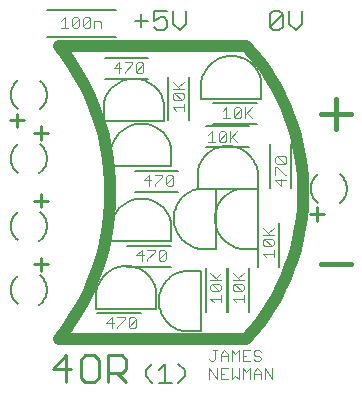
<source format=gto>
G04 Output by ViewMate Deluxe V11.0.9  PentaLogix LLC*
G04 Sun Feb 16 15:57:02 2014*
%FSLAX33Y33*%
%MOMM*%
%IPPOS*%
%ADD15C,0.0762*%
%ADD16C,0.127*%
%ADD105C,0.254*%
%ADD106C,0.4064*%
%ADD107C,0.1524*%
%ADD108C,0.1016*%
%ADD109C,1.016*%

%LPD*%
X0Y0D2*D15*G1X18844Y22692D2*X18687Y22850D1*X18372Y22850*X18217Y22692*X18217Y22065*X18372Y21908*X18687Y21908*X18844Y22065*X18844Y22692*X18217Y22065*X16815Y22850D2*X16815Y21908D1*X17280Y22850D2*X17907Y22850D1*X17907Y22692*X17280Y22065*X17280Y21908*X16972Y22377D2*X16345Y22377D1*X16815Y22850*X15367Y32217D2*X15367Y32375D1*X14740Y32375*X14432Y31902D2*X13805Y31902D1*X14275Y32375*X14275Y31432*X14740Y31432D2*X14740Y31590D1*X15367Y32217*X15677Y31590D2*X15677Y32217D1*X15832Y32375*X16147Y32375*X16304Y32217*X16304Y31590D2*X16304Y32217D1*X15677Y31590*X15832Y31432*X16147Y31432*X16304Y31590*X19553Y29182D2*X18926Y29182D1*X19240Y30274D2*X19710Y30744D1*X19398Y30117D2*X18771Y30744D1*X18771Y30117D2*X19710Y30117D1*X18926Y29807D2*X19553Y29807D1*X19710Y29652*X19710Y29337*X19553Y29182*X18926Y29807*X18771Y29652*X18771Y29337*X18926Y29182*X19083Y28245D2*X18771Y28560D1*X19710Y28560*X19710Y28245D2*X19710Y28872D1*X23782Y26060D2*X24254Y25590D1*X23627Y25905D2*X24254Y26533D1*X23627Y26533D2*X23627Y25590D1*X23160Y26533D2*X23317Y26375D1*X21755Y26218D2*X22068Y26533D1*X22068Y25590*X22382Y25590D2*X21755Y25590D1*X22690Y25748D2*X22847Y25590D1*X23160Y25590*X23317Y25748*X23317Y26375*X22690Y25748*X22690Y26375*X22847Y26533*X23160Y26533*X23012Y28250D2*X23325Y28565D1*X23325Y27622*X23640Y27622D2*X23012Y27622D1*X23947Y27780D2*X23947Y28407D1*X24105Y28565*X24420Y28565*X24574Y28407*X24574Y27780D2*X24574Y28407D1*X23947Y27780*X24105Y27622*X24420Y27622*X24574Y27780*X24884Y28565D2*X24884Y27622D1*X24884Y27937D2*X25512Y28565D1*X25512Y27622D2*X25039Y28092D1*X27625Y23779D2*X28252Y23779D1*X27625Y24407D2*X28252Y24407D1*X28410Y24249*X28410Y23937*X28252Y23779*X27625Y24407*X27470Y24249*X27470Y23937*X27625Y23779*X28410Y22377D2*X27470Y22377D1*X27940Y21908*X27470Y22845D2*X27470Y23470D1*X27625Y23470*X28252Y22845*X28410Y22845*X27940Y21908D2*X27940Y22535D1*X26860Y17892D2*X27330Y18362D1*X27018Y17734D2*X26391Y18362D1*X26391Y17734D2*X27330Y17734D1*X26546Y17424D2*X27173Y17424D1*X27330Y17269*X27330Y16954*X27173Y16800*X26546Y17424*X26391Y17269*X26391Y16954*X26546Y16800*X27173Y16800*X27330Y16490D2*X27330Y15862D1*X27330Y16177D2*X26391Y16177D1*X26703Y15862*X24633Y12990D2*X24006Y12990D1*X24320Y14082D2*X24790Y14552D1*X24478Y13924D2*X23851Y14552D1*X23851Y13924D2*X24790Y13924D1*X24006Y13614D2*X24633Y13614D1*X24790Y13459*X24790Y13144*X24633Y12990*X24006Y13614*X23851Y13459*X23851Y13144*X24006Y12990*X24163Y12052D2*X23851Y12367D1*X24790Y12680D2*X24790Y12052D1*X23851Y12367D2*X24790Y12367D1*X22258Y12052D2*X21946Y12367D1*X22885Y12367*X22885Y12680D2*X22885Y12052D1*X22728Y12990D2*X22885Y13144D1*X22885Y13459*X22728Y13614*X22101Y13614*X22728Y12990*X22101Y12990*X21946Y13144*X21946Y13459*X22101Y13614*X22885Y13924D2*X21946Y13924D1*X22416Y14082D2*X22885Y14552D1*X21946Y14552D2*X22573Y13924D1*X18209Y16342D2*X18052Y16500D1*X17737Y16500*X17582Y16342*X17582Y15715D2*X17737Y15558D1*X18052Y15558*X18209Y15715*X18209Y16342*X17582Y15715*X17582Y16342*X16645Y16500D2*X17272Y16500D1*X17272Y16342*X16645Y15715*X16645Y15558*X16337Y16027D2*X15710Y16027D1*X16180Y16500*X16180Y15558*X15669Y10627D2*X15512Y10785D1*X15197Y10785*X15042Y10627*X15042Y10000D2*X15197Y9842D1*X15512Y9842*X15669Y10000*X15669Y10627*X15042Y10000*X15042Y10627*X13170Y10312D2*X13640Y10785D1*X13640Y9842*X14105Y10785D2*X14732Y10785D1*X14732Y10627*X14105Y10000*X14105Y9842*X13170Y10312D2*X13797Y10312D1*D16*X21209Y30823D2*X21245Y30978D1*X21290Y31128*X21344Y31278*X21407Y31422*X21478Y31562*X21560Y31699*X21648Y31831*X21745Y31956*X21847Y32075*X21958Y32187*X22075Y32294*X22200Y32393*X22329Y32482*X22464Y32565*X22603Y32639*X22748Y32705*X22896Y32761*X23045Y32809*X23200Y32847*X23355Y32875*X23513Y32896*X23670Y32906*X23828Y32906*X23985Y32896*X24143Y32875*X24298Y32847*X24453Y32809*X24602Y32761*X24750Y32705*X24895Y32639*X25034Y32565*X25169Y32482*X25298Y32393*X25423Y32294*X25540Y32187*X25651Y32075*X25753Y31956*X25850Y31831*X25938Y31699*X26020Y31562*X26091Y31422*X26154Y31278*X26208Y31128*X26253Y30978*X26289Y30823*X26289Y29299*X21209Y29299*X21209Y30823*X18669Y18758D2*X18633Y18913D1*X18588Y19063*X18534Y19213*X18471Y19357*X18400Y19497*X18318Y19634*X18230Y19766*X18133Y19891*X18031Y20010*X17920Y20122*X17803Y20229*X17678Y20328*X17549Y20417*X17414Y20500*X17275Y20574*X17130Y20640*X16982Y20696*X16833Y20744*X16678Y20782*X16523Y20810*X16365Y20831*X16208Y20841*X16050Y20841*X15893Y20831*X15735Y20810*X15580Y20782*X15425Y20744*X15276Y20696*X15128Y20640*X14983Y20574*X14844Y20500*X14709Y20417*X14580Y20328*X14455Y20229*X14338Y20122*X14227Y20010*X14125Y19891*X14028Y19766*X13940Y19634*X13858Y19497*X13787Y19357*X13724Y19213*X13670Y19063*X13625Y18913*X13589Y18758*X13589Y17234*X18669Y17234*X18669Y18758*X20955Y21679D2*X20800Y21643D1*X20650Y21598*X20500Y21544*X20356Y21481*X20216Y21410*X20079Y21328*X19947Y21239*X19822Y21143*X19703Y21041*X19591Y20930*X19484Y20813*X19385Y20688*X19296Y20559*X19213Y20424*X19139Y20284*X19073Y20140*X19017Y19992*X18969Y19842*X18931Y19688*X18903Y19533*X18882Y19375*X18872Y19218*X18872Y19060*X18882Y18903*X18903Y18745*X18931Y18590*X18969Y18435*X19017Y18285*X19073Y18138*X19139Y17993*X19213Y17854*X19296Y17719*X19385Y17590*X19484Y17465*X19591Y17348*X19703Y17236*X19822Y17135*X19947Y17038*X20079Y16949*X20216Y16868*X20356Y16797*X20500Y16734*X20650Y16680*X20800Y16634*X20955Y16599*X24448Y16599D2*X24293Y16634D1*X24143Y16680*X23993Y16734*X23848Y16797*X23708Y16868*X23571Y16949*X23439Y17038*X23315Y17135*X23195Y17236*X23084Y17348*X22977Y17465*X22878Y17590*X22789Y17719*X22705Y17854*X22631Y17993*X22565Y18138*X22509Y18285*X22461Y18435*X22423Y18590*X22395Y18745*X22375Y18903*X22365Y19060*X22365Y19218*X22375Y19375*X22395Y19533*X22423Y19688*X22461Y19842*X22509Y19992*X22565Y20140*X22631Y20284*X22705Y20424*X22789Y20559*X22878Y20688*X22977Y20813*X23084Y20930*X23195Y21041*X23315Y21143*X23439Y21239*X23571Y21328*X23708Y21410*X23848Y21481*X23993Y21544*X24143Y21598*X24293Y21643*X24448Y21679*X25972Y23203D2*X25972Y21679D1*X25972Y16599*X24448Y16599*X19685Y9614D2*X19530Y9649D1*X19380Y9695*X19230Y9749*X19086Y9812*X18946Y9883*X18809Y9964*X18677Y10053*X18552Y10150*X18433Y10251*X18321Y10363*X18214Y10480*X18115Y10604*X18026Y10734*X17943Y10869*X17869Y11008*X17803Y11153*X17747Y11300*X17699Y11450*X17661Y11605*X17633Y11760*X17612Y11918*X17602Y12075*X17602Y12233*X17612Y12390*X17633Y12548*X17661Y12703*X17699Y12857*X17747Y13007*X17803Y13155*X17869Y13299*X17943Y13439*X18026Y13574*X18115Y13703*X18214Y13828*X18321Y13945*X18433Y14056*X18552Y14158*X18677Y14254*X18809Y14343*X18946Y14425*X19086Y14496*X19230Y14559*X19380Y14613*X19530Y14658*X19685Y14694*X17399Y13043D2*X17363Y13198D1*X17318Y13348*X17264Y13498*X17201Y13642*X17130Y13782*X17048Y13919*X16960Y14051*X16863Y14176*X16761Y14295*X16650Y14407*X16533Y14514*X16408Y14613*X16279Y14702*X16144Y14785*X16005Y14859*X15860Y14925*X15712Y14981*X15563Y15029*X15408Y15067*X15253Y15095*X15095Y15116*X14938Y15126*X14780Y15126*X14623Y15116*X14465Y15095*X14310Y15067*X14155Y15029*X14006Y14981*X13858Y14925*X13713Y14859*X13574Y14785*X13439Y14702*X13310Y14613*X13185Y14514*X13068Y14407*X12957Y14295*X12855Y14176*X12758Y14051*X12670Y13919*X12588Y13782*X12517Y13642*X12454Y13498*X12400Y13348*X12355Y13198*X12319Y13043*X12319Y11519*X17399Y11519*X17399Y13043*X19685Y9614D2*X21209Y9614D1*X21209Y14694*X19685Y14694*X20955Y16599D2*X22479Y16599D1*X22479Y21679*X20955Y21679*X20892Y23203D2*X20927Y23358D1*X20973Y23508*X21026Y23658*X21090Y23802*X21161Y23942*X21242Y24079*X21331Y24211*X21427Y24336*X21529Y24455*X21641Y24567*X21758Y24674*X21882Y24773*X22012Y24862*X22146Y24945*X22286Y25019*X22431Y25085*X22578Y25141*X22728Y25189*X22883Y25227*X23038Y25255*X23195Y25276*X23353Y25286*X23510Y25286*X23668Y25276*X23825Y25255*X23980Y25227*X24135Y25189*X24285Y25141*X24432Y25085*X24577Y25019*X24717Y24945*X24851Y24862*X24981Y24773*X25105Y24674*X25222Y24567*X25334Y24455*X25436Y24336*X25532Y24211*X25621Y24079*X25702Y23942*X25773Y23802*X25837Y23658*X25890Y23508*X25936Y23358*X25972Y23203*X24448Y21679D2*X25972Y21679D1*X20892Y21679*X20892Y23203*X18669Y25108D2*X18633Y25263D1*X18588Y25413*X18534Y25563*X18471Y25707*X18400Y25847*X18318Y25984*X18230Y26116*X18133Y26241*X18031Y26360*X17920Y26472*X17803Y26579*X17678Y26678*X17549Y26767*X17414Y26850*X17275Y26924*X17130Y26990*X16982Y27046*X16833Y27094*X16678Y27132*X16523Y27160*X16365Y27181*X16208Y27191*X16050Y27191*X15893Y27181*X15735Y27160*X15580Y27132*X15425Y27094*X15276Y27046*X15128Y26990*X14983Y26924*X14844Y26850*X14709Y26767*X14580Y26678*X14455Y26579*X14338Y26472*X14227Y26360*X14125Y26241*X14028Y26116*X13940Y25984*X13858Y25847*X13787Y25707*X13724Y25563*X13670Y25413*X13625Y25263*X13589Y25108*X12954Y28918D2*X12990Y29073D1*X13035Y29223*X13089Y29373*X13152Y29517*X13223Y29657*X13305Y29794*X13393Y29926*X13490Y30051*X13592Y30170*X13703Y30282*X13820Y30389*X13945Y30488*X14074Y30577*X14209Y30660*X14348Y30734*X14493Y30800*X14641Y30856*X14790Y30904*X14945Y30942*X15100Y30970*X15258Y30991*X15415Y31001*X15573Y31001*X15730Y30991*X15888Y30970*X16043Y30942*X16198Y30904*X16347Y30856*X16495Y30800*X16640Y30734*X16779Y30660*X16914Y30577*X17043Y30488*X17168Y30389*X17285Y30282*X17396Y30170*X17498Y30051*X17595Y29926*X17683Y29794*X17765Y29657*X17836Y29517*X17899Y29373*X17953Y29223*X17998Y29073*X18034Y28918*X18034Y27394*X12954Y27394*X12954Y28918*X13589Y25108D2*X13589Y23584D1*X18669Y23584*X18669Y25108*D105*X30988Y20091D2*X30988Y18948D1*X30416Y19520D2*X31560Y19520D1*X5588Y28029D2*X5588Y26886D1*X6160Y27457D2*X5016Y27457D1*X7048Y26378D2*X8192Y26378D1*X7620Y25806D2*X7620Y26949D1*X7048Y20663D2*X8192Y20663D1*X7620Y20091D2*X7620Y21234D1*X7048Y15265D2*X8192Y15265D1*X7620Y14694D2*X7620Y15837D1*X14077Y6058D2*X14839Y5296D1*X13315Y6058D2*X14458Y6058D1*X14839Y6441*X14839Y7203*X14458Y7584*X13315Y7584*X13315Y5296*X9779Y5296D2*X9779Y7584D1*X8636Y6441*X10975Y7203D2*X11356Y7584D1*X12118Y7584*X12499Y7203*X12499Y5677*X12118Y5296*X11356Y5296*X10975Y5677*X10975Y7203*X8636Y6441D2*X10163Y6441D1*D106*X31369Y28029D2*X33909Y28029D1*X32639Y26759D2*X32639Y29299D1*X31369Y15329D2*X33909Y15329D1*D107*X29723Y36718D2*X29723Y35634D1*X29180Y35090*X28638Y35634*X28638Y36718*X28085Y36446D2*X27813Y36718D1*X27272Y36718*X27000Y36446*X27000Y35362*X27272Y35090D2*X27813Y35090D1*X28085Y35362*X28085Y36446*X27000Y35362*X27272Y35090*X14922Y15075D2*X18606Y15075D1*X18606Y16853D2*X14922Y16853D1*X15558Y23203D2*X19240Y23203D1*X19240Y21425D2*X15558Y21425D1*X31090Y20460D2*X30998Y20533D1*X30912Y20615*X30833Y20704*X30762Y20795*X30698Y20894*X30640Y20998*X30592Y21105*X30551Y21214*X30521Y21328*X30498Y21445*X30485Y21562*X30480Y21679*X32939Y22883D2*X33028Y22807D1*X33111Y22728*X33188Y22639*X33256Y22548*X33317Y22451*X33373Y22349*X33419Y22243*X33459Y22134*X33490Y22022*X33510Y21910*X33523Y21793*X33528Y21679*X32939Y20475D2*X33028Y20551D1*X33111Y20630*X33188Y20719*X33256Y20810*X33317Y20907*X33373Y21008*X33419Y21115*X33459Y21224*X33490Y21336*X33510Y21448*X33523Y21565*X33528Y21679*X31118Y22918D2*X31024Y22845D1*X30935Y22763*X30851Y22675*X30775Y22581*X30709Y22482*X30650Y22377*X30597Y22266*X30556Y22154*X30523Y22037*X30500Y21920*X30485Y21798*X30480Y21679*X27813Y18758D2*X27813Y15075D1*X26035Y15075D2*X26035Y18758D1*X25273Y14948D2*X25273Y11265D1*X23495Y11265D2*X23495Y14948D1*X23368Y14948D2*X23368Y11265D1*X21590Y11265D2*X21590Y14948D1*X19251Y5245D2*X19794Y5789D1*X19794Y6330*X19251Y6873*X17066Y6873D2*X16523Y6330D1*X17615Y6330D2*X18156Y6873D1*X18156Y5245*X17615Y5245D2*X18699Y5245D1*X17066Y5245D2*X16523Y5789D1*X16523Y6330*X16066Y9360D2*X12382Y9360D1*X12382Y11138D2*X16066Y11138D1*X7518Y14326D2*X7610Y14252D1*X7696Y14171*X7775Y14082*X7846Y13990*X7910Y13891*X7968Y13787*X8016Y13680*X8057Y13571*X8087Y13457*X8110Y13340*X8123Y13223*X8128Y13106*X5669Y11902D2*X5580Y11979D1*X5497Y12057*X5420Y12146*X5352Y12238*X5291Y12334*X5235Y12436*X5189Y12543*X5149Y12652*X5118Y12764*X5098Y12875*X5085Y12992*X5080Y13106*X5669Y14310D2*X5580Y14234D1*X5497Y14155*X5420Y14067*X5352Y13975*X5291Y13879*X5235Y13777*X5189Y13670*X5149Y13561*X5118Y13449*X5098Y13338*X5085Y13221*X5080Y13106*X7490Y11867D2*X7584Y11941D1*X7673Y12022*X7757Y12111*X7833Y12205*X7899Y12304*X7958Y12408*X8011Y12520*X8052Y12631*X8085Y12748*X8108Y12865*X8123Y12987*X8128Y13106*X7518Y19723D2*X7610Y19649D1*X7696Y19568*X7775Y19479*X7846Y19388*X7910Y19289*X7968Y19185*X8016Y19078*X8057Y18969*X8087Y18854*X8110Y18738*X8123Y18621*X8128Y18504*X5669Y17300D2*X5580Y17376D1*X5497Y17455*X5420Y17544*X5352Y17635*X5291Y17732*X5235Y17833*X5189Y17940*X5149Y18049*X5118Y18161*X5098Y18273*X5085Y18390*X5080Y18504*X5669Y19708D2*X5580Y19632D1*X5497Y19553*X5420Y19464*X5352Y19373*X5291Y19276*X5235Y19174*X5189Y19068*X5149Y18959*X5118Y18847*X5098Y18735*X5085Y18618*X5080Y18504*X7490Y17264D2*X7584Y17338D1*X7673Y17419*X7757Y17508*X7833Y17602*X7899Y17701*X7958Y17805*X8011Y17917*X8052Y18029*X8085Y18146*X8108Y18263*X8123Y18385*X8128Y18504*X7518Y25438D2*X7610Y25364D1*X7696Y25283*X7775Y25194*X7846Y25103*X7910Y25004*X7968Y24900*X8016Y24793*X8057Y24684*X8087Y24569*X8110Y24453*X8123Y24336*X8128Y24219*X5669Y23015D2*X5580Y23091D1*X5497Y23170*X5420Y23259*X5352Y23350*X5291Y23447*X5235Y23548*X5189Y23655*X5149Y23764*X5118Y23876*X5098Y23988*X5085Y24105*X5080Y24219*X5669Y25423D2*X5580Y25347D1*X5497Y25268*X5420Y25179*X5352Y25088*X5291Y24991*X5235Y24889*X5189Y24783*X5149Y24674*X5118Y24562*X5098Y24450*X5085Y24333*X5080Y24219*X7490Y22979D2*X7584Y23053D1*X7673Y23134*X7757Y23223*X7833Y23317*X7899Y23416*X7958Y23520*X8011Y23632*X8052Y23744*X8085Y23861*X8108Y23978*X8123Y24100*X8128Y24219*X7539Y30820D2*X7628Y30744D1*X7711Y30665*X7788Y30577*X7856Y30485*X7917Y30389*X7973Y30287*X8019Y30180*X8059Y30071*X8090Y29959*X8110Y29848*X8123Y29731*X8128Y29616*X5690Y28397D2*X5598Y28471D1*X5512Y28552*X5433Y28641*X5362Y28732*X5298Y28832*X5240Y28936*X5192Y29042*X5151Y29152*X5121Y29266*X5098Y29383*X5085Y29500*X5080Y29616*X5718Y30856D2*X5624Y30782D1*X5535Y30701*X5451Y30612*X5375Y30518*X5309Y30419*X5250Y30315*X5197Y30203*X5156Y30091*X5123Y29975*X5100Y29858*X5085Y29736*X5080Y29616*X7539Y28412D2*X7628Y28489D1*X7711Y28567*X7788Y28656*X7856Y28748*X7917Y28844*X7973Y28946*X8019Y29053*X8059Y29162*X8090Y29274*X8110Y29385*X8123Y29502*X8128Y29616*X8128Y34506D2*X13970Y34506D1*X13970Y36792D2*X8128Y36792D1*X16114Y35362D2*X16114Y36446D1*X16655Y35903D2*X15570Y35903D1*X19929Y36718D2*X19929Y35634D1*X19388Y35090*X18844Y35634*X18844Y36718*X18293Y36718D2*X17208Y36718D1*X17208Y35903*X17750Y36175*X18021Y36175*X18293Y35903*X18293Y35362*X18021Y35090*X17478Y35090*X17208Y35362*X13018Y32728D2*X16700Y32728D1*X16700Y30950D2*X13018Y30950D1*X18415Y31140D2*X18415Y27457D1*X20193Y27457D2*X20193Y31140D1*X22225Y28918D2*X25908Y28918D1*X25908Y27140D2*X22225Y27140D1*X21590Y27013D2*X25273Y27013D1*X25273Y25235D2*X21590Y25235D1*X26988Y21742D2*X26988Y25425D1*X28766Y25425D2*X28766Y21742D1*D108*X24702Y7518D2*X25006Y7518D1*X21895Y5537D2*X21895Y6454D1*X23767Y6454D2*X23767Y5537D1*X22830Y5994D2*X23134Y5994D1*X23442Y6454D2*X22830Y6454D1*X22830Y7518D2*X23442Y7518D1*X22830Y7061D2*X22830Y7671D1*X23134Y7978*X23442Y7671*X23442Y7061*X23767Y7061D2*X23767Y7978D1*X24072Y7671*X24376Y7978*X24376Y7061*X24702Y7061D2*X24702Y7978D1*X25311Y7978*X26246Y7823D2*X26093Y7978D1*X25789Y7978*X25636Y7823*X25636Y7671*X25789Y7518*X26093Y7518*X26246Y7366*X26246Y7214*X26093Y7061*X25789Y7061*X25636Y7214*X24702Y7061D2*X25311Y7061D1*X24702Y5537D2*X24702Y6454D1*X26246Y5994D2*X25636Y5994D1*X27183Y6454D2*X27183Y5537D1*X26573Y6454*X26573Y5537*X26246Y5537D2*X26246Y6147D1*X25941Y6454*X25636Y6147*X25636Y5537*X25311Y5537D2*X25311Y6454D1*X25006Y6147*X24702Y6454*X24376Y6454D2*X24376Y5537D1*X24072Y5842*X23767Y5537*X23442Y5537D2*X22830Y5537D1*X22830Y6454*X22504Y6454D2*X22504Y5537D1*X21895Y6454*X21895Y7214D2*X22047Y7061D1*X22200Y7061*X22352Y7214*X22352Y7978*X22200Y7978D2*X22504Y7978D1*X9322Y35865D2*X9627Y36172D1*X9627Y35255*X9931Y35255D2*X9322Y35255D1*X10257Y35408D2*X10257Y36017D1*X10409Y36172*X10714Y36172*X10869Y36017*X10257Y35408*X10409Y35255*X10714Y35255*X10869Y35408*X10869Y36017*X11803Y36017D2*X11651Y36172D1*X11346Y36172*X11194Y36017*X11194Y35408*X11803Y35408D2*X11803Y36017D1*X11194Y35408*X11346Y35255*X11651Y35255*X11803Y35408*X12128Y35255D2*X12128Y35865D1*X12586Y35865*X12738Y35712*X12738Y35255*D109*X9144Y8979D2*X9726Y9738D1*X10269Y10523*X10775Y11336*X11240Y12172*X11664Y13028*X12045Y13904*X12385Y14798*X12680Y15705*X12931Y16627*X13139Y17562*X13299Y18504*X13416Y19451*X13485Y20406*X13508Y21361*X13485Y22316*X13416Y23271*X13299Y24219*X13139Y25161*X12931Y26096*X12680Y27018*X12385Y27925*X12045Y28819*X11664Y29695*X11240Y30551*X10775Y31387*X10269Y32200*X9726Y32984*X9144Y33744*X25019Y33744*X25596Y33084*X26142Y32395*X26652Y31684*X27130Y30947*X27569Y30188*X27973Y29411*X28339Y28613*X28666Y27800*X28956Y26972*X29202Y26129*X29411Y25278*X29578Y24417*X29703Y23548*X29787Y22677*X29830Y21801*X29830Y20922*X29787Y20046*X29703Y19174*X29578Y18306*X29411Y17445*X29202Y16594*X28956Y15751*X28666Y14922*X28339Y14110*X27973Y13312*X27569Y12535*X27130Y11775*X26652Y11039*X26142Y10328*X25596Y9639*X25019Y8979*X9144Y8979*X0Y0D2*M02*
</source>
